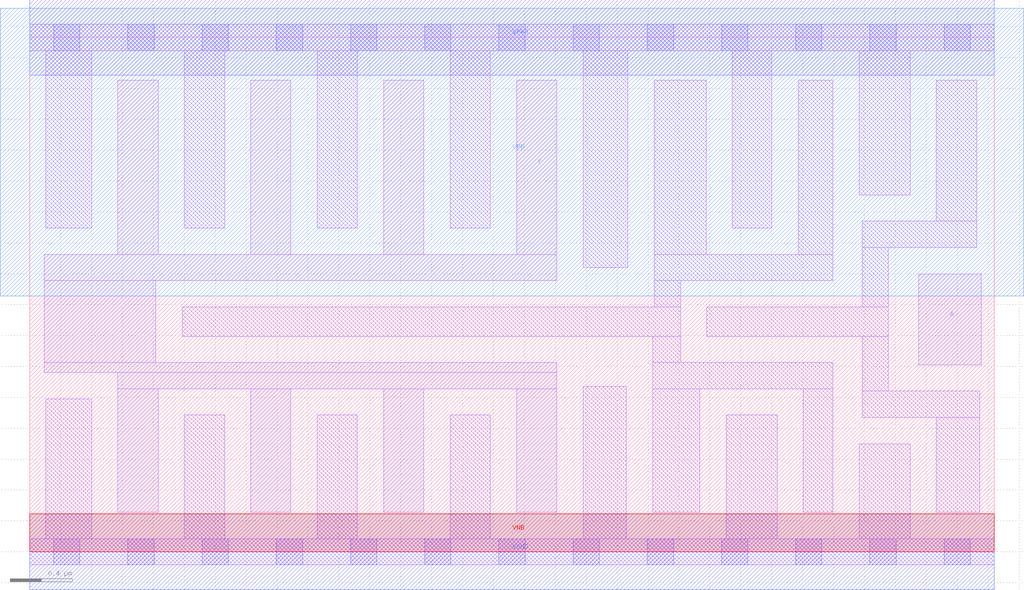
<source format=lef>
# Copyright 2020 The SkyWater PDK Authors
#
# Licensed under the Apache License, Version 2.0 (the "License");
# you may not use this file except in compliance with the License.
# You may obtain a copy of the License at
#
#     https://www.apache.org/licenses/LICENSE-2.0
#
# Unless required by applicable law or agreed to in writing, software
# distributed under the License is distributed on an "AS IS" BASIS,
# WITHOUT WARRANTIES OR CONDITIONS OF ANY KIND, either express or implied.
# See the License for the specific language governing permissions and
# limitations under the License.
#
# SPDX-License-Identifier: Apache-2.0

VERSION 5.7 ;
  NOWIREEXTENSIONATPIN ON ;
  DIVIDERCHAR "/" ;
  BUSBITCHARS "[]" ;
MACRO sky130_fd_sc_lp__bufinv_8
  CLASS CORE ;
  FOREIGN sky130_fd_sc_lp__bufinv_8 ;
  ORIGIN  0.000000  0.000000 ;
  SIZE  6.240000 BY  3.330000 ;
  SYMMETRY X Y R90 ;
  SITE unit ;
  PIN A
    ANTENNAGATEAREA  0.315000 ;
    DIRECTION INPUT ;
    USE SIGNAL ;
    PORT
      LAYER li1 ;
        RECT 5.750000 1.210000 6.155000 1.800000 ;
    END
  END A
  PIN Y
    ANTENNADIFFAREA  2.352000 ;
    DIRECTION OUTPUT ;
    USE SIGNAL ;
    PORT
      LAYER li1 ;
        RECT 0.095000 1.160000 3.410000 1.225000 ;
        RECT 0.095000 1.225000 0.815000 1.755000 ;
        RECT 0.095000 1.755000 3.410000 1.925000 ;
        RECT 0.570000 0.255000 0.830000 1.055000 ;
        RECT 0.570000 1.055000 3.410000 1.160000 ;
        RECT 0.570000 1.925000 0.830000 3.055000 ;
        RECT 1.430000 0.255000 1.690000 1.055000 ;
        RECT 1.430000 1.925000 1.690000 3.055000 ;
        RECT 2.290000 0.255000 2.550000 1.055000 ;
        RECT 2.290000 1.925000 2.550000 3.055000 ;
        RECT 3.150000 0.255000 3.410000 1.055000 ;
        RECT 3.150000 1.925000 3.410000 3.055000 ;
    END
  END Y
  PIN VGND
    DIRECTION INOUT ;
    USE GROUND ;
    PORT
      LAYER met1 ;
        RECT 0.000000 -0.245000 6.240000 0.245000 ;
    END
  END VGND
  PIN VNB
    DIRECTION INOUT ;
    USE GROUND ;
    PORT
      LAYER pwell ;
        RECT 0.000000 0.000000 6.240000 0.245000 ;
    END
  END VNB
  PIN VPB
    DIRECTION INOUT ;
    USE POWER ;
    PORT
      LAYER nwell ;
        RECT -0.190000 1.655000 6.430000 3.520000 ;
    END
  END VPB
  PIN VPWR
    DIRECTION INOUT ;
    USE POWER ;
    PORT
      LAYER met1 ;
        RECT 0.000000 3.085000 6.240000 3.575000 ;
    END
  END VPWR
  OBS
    LAYER li1 ;
      RECT 0.000000 -0.085000 6.240000 0.085000 ;
      RECT 0.000000  3.245000 6.240000 3.415000 ;
      RECT 0.105000  0.085000 0.400000 0.990000 ;
      RECT 0.105000  2.095000 0.400000 3.245000 ;
      RECT 0.985000  1.395000 4.210000 1.585000 ;
      RECT 1.000000  0.085000 1.260000 0.885000 ;
      RECT 1.000000  2.095000 1.260000 3.245000 ;
      RECT 1.860000  0.085000 2.120000 0.885000 ;
      RECT 1.860000  2.095000 2.120000 3.245000 ;
      RECT 2.720000  0.085000 2.980000 0.885000 ;
      RECT 2.720000  2.095000 2.980000 3.245000 ;
      RECT 3.580000  0.085000 3.860000 1.070000 ;
      RECT 3.580000  1.840000 3.870000 3.245000 ;
      RECT 4.030000  0.255000 4.335000 1.055000 ;
      RECT 4.030000  1.055000 5.195000 1.225000 ;
      RECT 4.030000  1.225000 4.210000 1.395000 ;
      RECT 4.040000  1.585000 4.210000 1.755000 ;
      RECT 4.040000  1.755000 5.195000 1.925000 ;
      RECT 4.040000  1.925000 4.375000 3.055000 ;
      RECT 4.380000  1.395000 5.555000 1.585000 ;
      RECT 4.505000  0.085000 4.835000 0.885000 ;
      RECT 4.545000  2.095000 4.800000 3.245000 ;
      RECT 4.970000  1.925000 5.195000 3.055000 ;
      RECT 5.005000  0.255000 5.195000 1.055000 ;
      RECT 5.365000  0.085000 5.695000 0.700000 ;
      RECT 5.365000  2.310000 5.695000 3.245000 ;
      RECT 5.385000  0.870000 6.145000 1.040000 ;
      RECT 5.385000  1.040000 5.555000 1.395000 ;
      RECT 5.385000  1.585000 5.555000 1.970000 ;
      RECT 5.385000  1.970000 6.125000 2.140000 ;
      RECT 5.865000  0.255000 6.145000 0.870000 ;
      RECT 5.865000  2.140000 6.125000 3.055000 ;
    LAYER mcon ;
      RECT 0.155000 -0.085000 0.325000 0.085000 ;
      RECT 0.155000  3.245000 0.325000 3.415000 ;
      RECT 0.635000 -0.085000 0.805000 0.085000 ;
      RECT 0.635000  3.245000 0.805000 3.415000 ;
      RECT 1.115000 -0.085000 1.285000 0.085000 ;
      RECT 1.115000  3.245000 1.285000 3.415000 ;
      RECT 1.595000 -0.085000 1.765000 0.085000 ;
      RECT 1.595000  3.245000 1.765000 3.415000 ;
      RECT 2.075000 -0.085000 2.245000 0.085000 ;
      RECT 2.075000  3.245000 2.245000 3.415000 ;
      RECT 2.555000 -0.085000 2.725000 0.085000 ;
      RECT 2.555000  3.245000 2.725000 3.415000 ;
      RECT 3.035000 -0.085000 3.205000 0.085000 ;
      RECT 3.035000  3.245000 3.205000 3.415000 ;
      RECT 3.515000 -0.085000 3.685000 0.085000 ;
      RECT 3.515000  3.245000 3.685000 3.415000 ;
      RECT 3.995000 -0.085000 4.165000 0.085000 ;
      RECT 3.995000  3.245000 4.165000 3.415000 ;
      RECT 4.475000 -0.085000 4.645000 0.085000 ;
      RECT 4.475000  3.245000 4.645000 3.415000 ;
      RECT 4.955000 -0.085000 5.125000 0.085000 ;
      RECT 4.955000  3.245000 5.125000 3.415000 ;
      RECT 5.435000 -0.085000 5.605000 0.085000 ;
      RECT 5.435000  3.245000 5.605000 3.415000 ;
      RECT 5.915000 -0.085000 6.085000 0.085000 ;
      RECT 5.915000  3.245000 6.085000 3.415000 ;
  END
END sky130_fd_sc_lp__bufinv_8
END LIBRARY

</source>
